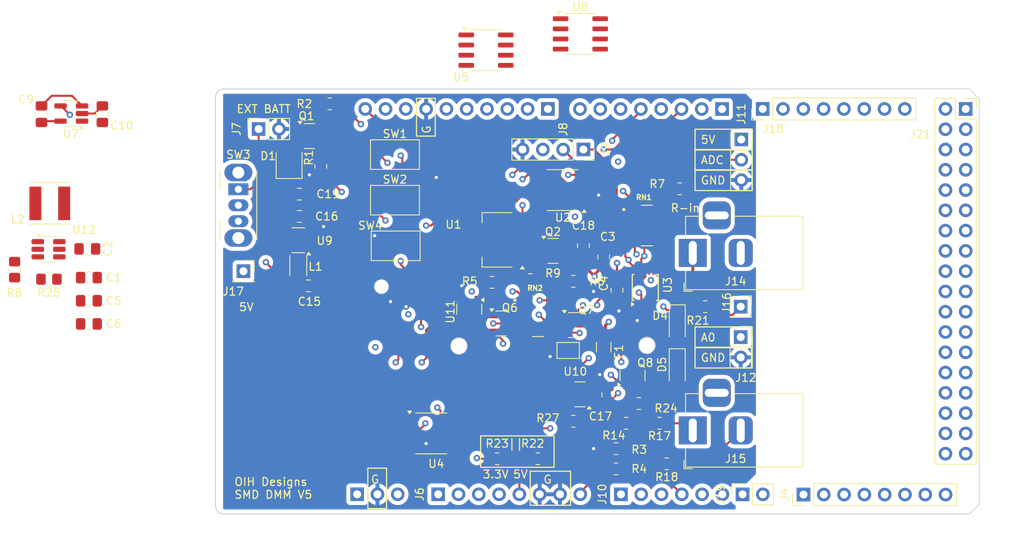
<source format=kicad_pcb>
(kicad_pcb (version 20241229) (generator "pcbnew") (generator_version "9.0")
  (layers (0 "F.Cu" signal) (4 "In1.Cu" signal) (6 "In2.Cu" signal) (2 "B.Cu" signal) (13 "F.Paste" user) (15 "B.Paste" user) (5 "F.SilkS" user "F.Silkscreen") (7 "B.SilkS" user "B.Silkscreen") (1 "F.Mask" user) (3 "B.Mask" user) (25 "Edge.Cuts" user))
  (net 0 "")
  (net 1 "GND")
  (net 2 "Resistor_Input")
  (net 3 "SDA")
  (net 4 "D6~")
  (net 5 "D7")
  (net 6 "+9V")
  (net 7 "SCL")
  (net 8 "V_Input_REF")
  (net 9 "V_Input_Float")
  (net 10 "ADS_ADDR")
  (net 11 "/R Circuit I Output")
  (net 12 "ADS_ALERT")
  (net 13 "A0{slash}D14")
  (net 14 "A2{slash}D16")
  (net 15 "D3~")
  (net 16 "VDD")
  (net 17 "I_Input")
  (net 18 "D10~")
  (net 19 "D9~")
  (net 20 "D5~ (IR)")
  (net 21 "A1{slash}D15")
  (net 32 "Net-(Q2-G)")
  (net 33 "Net-(U1-VO)")
  (net 36 "A3{slash}D17")
  (net 37 "Net-(D1-A)")
  (net 38 "Net-(F1-Pad1)")
  (net 39 "+BATT")
  (net 40 "CS")
  (net 41 "Net-(U7-C1-)")
  (net 42 "Net-(U7-C1+)")
  (net 43 "MISO")
  (net 44 "Net-(U9-SW)")
  (net 45 "XIAO 5V")
  (net 46 "XIAO Batt Pin")
  (net 47 "MOSI")
  (net 48 "CLK")
  (net 49 "SDA-5V")
  (net 50 "SCL-5V")
  (net 51 "/R into ADS")
  (net 52 "+VSW")
  (net 53 "/Uno5vPin")
  (net 54 "/Driver_U2_Out_B")
  (net 57 "/Driver_U4_Out_A")
  (net 58 "/Driver_U4_Out_B")
  (net 63 "+3V3")
  (net 64 "/ADC-1")
  (net 65 "/V Ref to ADS-0")
  (net 74 "/Driver_U4_In_B")
  (net 75 "Net-(Q1-B)")
  (net 76 "Net-(Q1-C)")
  (net 85 "Net-(J11-Pin_2)")
  (net 86 "Net-(U12-EN)")
  (net 87 "Net-(U12-SW)")
  (net 88 "Net-(Q8-D)")
  (net 89 "Net-(U12-FB)")
  (net 90 "A6")
  (net 91 "A7")
  (net 92 "CANRX")
  (net 93 "A10")
  (net 94 "A8")
  (net 95 "DAC0")
  (net 96 "A9")
  (net 97 "CANTX")
  (net 98 "DAC1")
  (net 99 "D14")
  (net 100 "D18")
  (net 101 "D16")
  (net 102 "D15")
  (net 103 "D17")
  (net 104 "SCL0")
  (net 105 "SDA0")
  (net 106 "D19")
  (footprint "Capacitor_SMD:C_0805_2012Metric_Pad1.18x1.45mm_HandSolder" (layer "F.Cu") (at 128.660305 73.49413 90)
    (property "Reference" "C4")
    (property "Value" "0.1uF")
  )
  (footprint "Capacitor_SMD:C_0805_2012Metric_Pad1.18x1.45mm_HandSolder" (layer "F.Cu") (at 62.5785 74.826)
    (property "Reference" "C5")
    (property "Value" "1uF")
  )
  (footprint "Resistor_SMD:R_0805_2012Metric_Pad1.20x1.40mm_HandSolder" (layer "F.Cu") (at 128.54 95.88 180)
    (property "Reference" "R4")
    (property "Value" "100K")
  )
  (footprint "Inductor_SMD:L_Taiyo-Yuden_MD-5050" (layer "F.Cu") (at 57.6785 62.626 180)
    (property "Reference" "L2")
    (property "Value" "22uH")
  )
  (footprint "Connector_PinSocket_2.54mm:PinSocket_1x01_P2.54mm_Vertical" (layer "F.Cu") (at 144.145 75.565)
    (property "Reference" "J16")
    (property "Value" "Conn_01x01_Socket")
  )
  (footprint "Connector_PinSocket_2.54mm:PinSocket_2x18_P2.54mm_Vertical" (layer "F.Cu") (at 172.301577 50.80003)
    (property "Reference" "J21")
    (property "Value" "Conn_02x18_Odd_Even")
  )
  (footprint "Resistor_SMD:R_0805_2012Metric_Pad1.20x1.40mm_HandSolder" (layer "F.Cu") (at 53.2785 70.926 90)
    (property "Reference" "R8")
    (property "Value" "71.5k")
  )
  (footprint "Library:PinHeader_1x10_P2.54mm_Vertical_NoBox" (layer "F.Cu") (at 120.015 50.8 -90)
    (property "Reference" "J8")
    (property "Value" "DIGITAL2")
  )
  (footprint "Resistor_SMD:R_0805_2012Metric_Pad1.20x1.40mm_HandSolder" (layer "F.Cu") (at 123.19 89.916)
    (property "Reference" "R27")
    (property "Value" "4.7K")
  )
  (footprint "Package_TO_SOT_SMD:SOT-223-3_TabPin2" (layer "F.Cu") (at 113.69 67.19875 180)
    (property "Reference" "U1")
    (property "Value" "LM317_TO-220")
  )
  (footprint "Jumper:SolderJumper-2_P1.3mm_Bridged_Pad1.0x1.5mm" (layer "F.Cu") (at 122.55 81.05)
    (property "Reference" "JP6" (hide yes))
    (property "Value" "Jumper_2_Bridged")
  )
  (footprint "Package_SO:SOIC-8_3.9x4.9mm_P1.27mm" (layer "F.Cu") (at 112.268 43.434)
    (property "Reference" "U5")
    (property "Value" "Opamp_Dual")
  )
  (footprint "Capacitor_SMD:C_0805_2012Metric_Pad1.18x1.45mm_HandSolder" (layer "F.Cu") (at 88.9215 61.468)
    (property "Reference" "C19")
    (property "Value" "22uF")
  )
  (footprint "Resistor_SMD:R_0805_2012Metric_Pad1.20x1.40mm_HandSolder" (layer "F.Cu") (at 118.745 94.615 180)
    (property "Reference" "R22")
    (property "Value" "0")
  )
  (footprint "Connector_PinSocket_2.54mm:PinSocket_1x02_P2.54mm_Vertical" (layer "F.Cu") (at 144.377549 99.070425 90)
    (property "Reference" "J19")
    (property "Value" "Conn_01x02_Pin")
  )
  (footprint "Package_SO:TSSOP-10_3x3mm_P0.5mm" (layer "F.Cu") (at 132.200305 73.15913 90)
    (property "Reference" "U3")
    (property "Value" "ADS1115IDGS")
  )
  (footprint "Resistor_SMD:R_0805_2012Metric_Pad1.20x1.40mm_HandSolder" (layer "F.Cu") (at 134.89 95.25 180)
    (property "Reference" "R18")
    (property "Value" "499.0K")
  )
  (footprint "Library:PinHeader_1x06_P2.54mm_Vertical_NoBox" (layer "F.Cu") (at 129.151624 99.067665 90)
    (property "Reference" "J10")
    (property "Value" "ANALOG")
  )
  (footprint "Resistor_SMD:R_0805_2012Metric_Pad1.20x1.40mm_HandSolder" (layer "F.Cu") (at 129.81 90.17)
    (property "Reference" "R14")
    (property "Value" "15.0K")
  )
  (footprint "Package_TO_SOT_SMD:SOT-23" (layer "F.Cu") (at 124.0305 86.548 180)
    (property "Reference" "U10")
    (property "Value" "LM4040DBZ-2.5")
  )
  (footprint "Resistor_SMD:R_0805_2012Metric_Pad1.20x1.40mm_HandSolder" (layer "F.Cu") (at 57.5785 72.126 180)
    (property "Reference" "R25")
    (property "Value" "732k")
  )
  (footprint "Resistor_SMD:R_0805_2012Metric_Pad1.20x1.40mm_HandSolder" (layer "F.Cu") (at 128.54 93.345)
    (property "Reference" "R3")
    (property "Value" "22K")
  )
  (footprint "Connector_PinSocket_2.54mm:PinSocket_1x03_P2.54mm_Vertical" (layer "F.Cu") (at 144.215 54.625)
    (property "Reference" "J11")
    (property "Value" "I_Input")
  )
  (footprint "Resistor_SMD:R_0805_2012Metric_Pad1.20x1.40mm_HandSolder" (layer "F.Cu") (at 113.03 72.51875)
    (property "Reference" "R5")
    (property "Value" "62.0")
  )
  (footprint "Resistor_SMD:R_0805_2012Metric_Pad1.20x1.40mm_HandSolder" (layer "F.Cu") (at 117.795 72.17875)
    (property "Reference" "R9")
    (property "Value" "22.0K")
  )
  (footprint "Button_Switch_SMD:SW_SPST_CK_RS282G05A3" (layer "F.Cu") (at 100.965 67.945 180)
    (property "Reference" "SW4")
    (property "Value" "SW_Push")
  )
  (footprint "Resistor_SMD:R_0805_2012Metric_Pad1.20x1.40mm_HandSolder" (layer "F.Cu") (at 91.6 58 -90)
    (property "Reference" "R1")
    (property "Value" "500")
  )
  (footprint "Library:RESCAXS127P508X320X70-8N" (layer "F.Cu") (at 118.782 76.77)
    (property "Reference" "RN2")
    (property "Value" "10k x4")
  )
  (footprint "Capacitor_SMD:C_0805_2012Metric_Pad1.18x1.45mm_HandSolder" (layer "F.Cu") (at 56.642 51.4565 -90)
    (property "Reference" "C9")
    (property "Value" "4.7uF")
  )
  (footprint "Resistor_SMD:R_0805_2012Metric_Pad1.20x1.40mm_HandSolder" (layer "F.Cu") (at 113.665 94.615 180)
    (property "Reference" "R23")
    (property "Value" "0")
  )
  (footprint "Button_Switch_SMD:SW_SPST_CK_RS282G05A3" (layer "F.Cu") (at 100.875 62.23)
    (property "Reference" "SW2")
    (property "Value" "SW_Push")
  )
  (footprint "Package_TO_SOT_SMD:SOT-23" (layer "F.Cu") (at 110.175 75.88 -90)
    (property "Reference" "U11")
    (property "Value" "LM4040DBZ-5")
  )
  (footprint "Button_Switch_SMD:SW_SPST_CK_RS282G05A3" (layer "F.Cu") (at 100.875 56.515)
    (property "Reference" "SW1")
    (property "Value" "SW_Push")
  )
  (footprint "Connector_PinSocket_2.54mm:PinSocket_1x02_P2.54mm_Vertical" (layer "F.Cu") (at 144.145 79.375)
    (property "Reference" "J12")
    (property "Value" "Conn_01x02_Pin")
  )
  (footprint "Resistor_SMD:R_0805_2012Metric_Pad1.20x1.40mm_HandSolder" (layer "F.Cu") (at 133.985 90.17 180)
    (property "Reference" "R17")
    (property "Value" "499.0K")
  )
  (footprint "Package_TO_SOT_SMD:SOT-23-5" (layer "F.Cu") (at 88.7785 67.244 180)
    (property "Reference" "U9")
    (property "Value" "TPS613222ADBV")
  )
  (footprint "Resistor_SMD:R_0805_2012Metric_Pad1.20x1.40mm_HandSolder" (layer "F.Cu") (at 136.5 60.8)
    (property "Reference" "R7")
    (property "Value" "0")
  )
  (footprint "Package_TO_SOT_SMD:SOT-23-5_HandSoldering" (layer "F.Cu") (at 60.372 51.374 180)
    (property "Reference" "U7")
    (property "Value" "MAX1683")
  )
  (footprint "Connector_PinHeader_2.54mm:PinHeader_1x08_P2.54mm_Vertical" (layer "F.Cu") (at 152 99.1 90)
    (property "Reference" "J4")
    (property "Value" "A_Extended")
  )
  (footprint "Connector_BarrelJack:BarrelJack_Horizontal" (layer "F.Cu") (at 138.145 91.06 180)
    (property "Reference" "J15")
    (property "Value" "Barrel_Jack")
  )
  (footprint "Connector_PinHeader_2.54mm:PinHeader_1x08_P2.54mm_Vertical" (layer "F.Cu") (at 146.9 50.8 90)
    (property "Reference" "J18")
    (property "Value" "DIOs_Extended")
  )
  (footprint "Capacitor_SMD:C_0805_2012Metric_Pad1.18x1.45mm_HandSolder" (layer "F.Cu") (at 62.5785 71.926)
    (property "Reference" "C1")
    (property "Value" "1uF")
  )
  (footprint "Package_SO:SOIC-8_3.9x4.9mm_P1.27mm" (layer "F.Cu") (at 105.41 91.44)
    (property "Reference" "U4")
    (property "Value" "IX4426N")
  )
  (footprint "Connector_PinSocket_2.54mm:PinSocket_1x01_P2.54mm_Vertical" (layer "F.Cu") (at 81.915 71.12)
    (property "Reference" "J17")
    (property "Value" "Conn_01x01_Socket")
  )
  (footprint "Package_TO_SOT_SMD:SOT-23" (layer "F.Cu") (at 120.65 68.58)
    (property "Reference" "Q2")
    (property "Value" "AO3400A MOSFET")
  )
  (footprint "Diode_SMD:D_SOD-123" (layer "F.Cu") (at 136.2 77.7 -90)
    (property "Reference" "D4")
    (property "Value" "D_Schottky")
  )
  (footprint "Resistor_SMD:R_0805_2012Metric_Pad1.20x1.40mm_HandSolder" (layer "F.Cu") (at 123.19 72.39 180)
    (property "Reference" "R6")
    (property "Value" "330.0")
  )
  (footprint "Resistor_SMD:R_0805_2012Metric_Pad1.20x1.40mm_HandSolder" (layer "F.Cu") (at 131.4 87.7 180)
    (property "Reference" "R24")
    (property "Value" "1.0M")
  )
  (footprint "Capacitor_SMD:C_0805_2012Metric_Pad1.18x1.45mm_HandSolder" (layer "F.Cu") (at 64.262 51.4565 90)
    (property "Reference" "C10")
    (property "Value" "4.7uF")
  )
  (footprint "Package_TO_SOT_SMD:SOT-23" (layer "F.Cu") (at 114.1445 77.67)
    (property "Reference" "Q6")
    (property "Value" "BSS138")
  )
  (footprint "Resistor_SMD:R_0805_2012Metric_Pad1.20x1.40mm_HandSolder" (layer "F.Cu") (at 139.7 75.565)
    (property "Reference" "R21")
    (property "Value" "0")
  )
  (footprint "Package_TO_SOT_SMD:SOT-23" (layer "F.Cu") (at 90.1625 54.2)
    (property "Reference" "Q1")
    (property "Value" "MMBT3904" (hide yes))
  )
  (footprint "Library:PinHeader_1x08_P2.54mm_Vertical_NoBox" (layer "F.Cu") (at 106.287792 99.06511 90)
    (property "Reference" "J6")
    (property "Value" "POWER1")
  )
  (footprint "Fuse:Fuse_1206_3216Metric_Pad1.42x1.75mm_HandSolder" (layer "F.Cu") (at 127 80.645 -90)
    (property "Reference" "F1")
    (property "Value" "Fuse")
  )
  (footprint "Diode_SMD:D_SOD-123" (layer "F.Cu") (at 136.2 83.2 -90)
    (property "Reference" "D5")
    (property "Value" "D_Schottky")
  )
  (footprint "Capacitor_SMD:C_0805_2012Metric_Pad1.18x1.45mm_HandSolder" (layer "F.Cu") (at 62.5785 77.726)
    (property "Reference" "C6")
    (property "Value" "1uF")
  )
  (footprint "Package_TO_SOT_SMD:SOT-23" (layer "F.Cu") (at 130.6 84.2 90)
    (property "Reference" "Q8")
    (property "Value" "AO3400A MOSFET")
  )
  (footprint "Capacitor_SMD:C_0805_2012Metric_Pad1.18x1.45mm_HandSolder" (layer "F.Cu") (at 124.46 67.945 90)
    (property "Reference" "C18")
    (property "Value" "1uF")
  )
  (footprint "Package_TO_SOT_SMD:SOT-23-6_Handsoldering" (layer "F.Cu") (at 57.5285 68.376)
    (property "Reference" "U12")
    (property "Value" "TLV61046ADBVR")
  )
  (footprint "Library:PinHeader_1x08_P2.54mm_Vertical_NoBox" (layer "F.Cu") (at 141.809463 50.808987 -90)
    (property "Reference" "J13" (hide yes))
    (property "Value" "DIGITAL1")
  )
  (footprint "Connector_BarrelJack:BarrelJack_Horizontal" (layer "F.Cu") (at 138.145 68.835 180)
    (property "Reference" "J14")
    (property "Value" "Barrel_Jack")
  )
  (footprint "Capacitor_SMD:C_0805_2012Metric_Pad1.18x1.45mm_HandSolder" (layer "F.Cu") (at 127 69.342 90)
    (property "Reference" "C3")
    (property "Value" "2.2uF")
  )
  (footprint "Connector_PinSocket_2.54mm:PinSocket_1x02_P2.54mm_Vertical" (layer "F.Cu") (at 83.82 53.315 90)
    (property "Reference" "J7")
    (property "Value" "Conn_01x02_Pin")
  )
  (footprint "Resistor_SMD:R_0805_2012Metric_Pad1.20x1.40mm_HandSolder" (layer "F.Cu") (at 92.71 50.165 180)
    (property "Reference" "R2")
    (property "Value" "1K")
  )
  (footprint "Capacitor_SMD:C_0805_2012Metric_Pad1.18x1.45mm_HandSolder" (layer "F.Cu") (at 127.508 86.614 -90)
    (property "Reference" "C17")
    (property "Value" "0.1uF")
  )
  (footprint "Inductor_SMD:L_Murata_DFE201610P" (layer "F.Cu") (at 88.7785 70.419 90)
    (property "Reference" "L1")
    (property "Value" "2.2uH")
  )
  (footprint "Package_SO:SOIC-8_3.9x4.9mm_P1.27mm" (layer "F.Cu") (at 124.079 41.402)
    (property "Reference" "U8")
    (property "Value" "Opamp_Dual")
  )
  (footprint "Connector_PinSocket_2.54mm:PinSocket_1x04_P2.54mm_Vertical" (layer "F.Cu") (at 124.46 55.88 -90)
    (property "Reference" "J9")
    (property "Value" "Out to Screen")
  )
  (footprint "LED_SMD:LED_Luminus_MP-3030-1100_3.0x3.0mm" (layer "F.Cu") (at 87.63 57.89 90)
    (property "Reference" "D1")
    (property "Value" "LED")
  )
  (footprint "Package_TO_SOT_SMD:SOT-23" (layer "F.Cu") (at 123.2445 77.87)
    (property "Reference" "Q7")
    (property "Value" "BSS138")
  )
  (footprint "Capacitor_SMD:C_0805_2012Metric_Pad1.18x1.45mm_HandSolder" (layer "F.Cu") (at 90.0485 72.959)
    (property "Reference" "C15")
    (property "Value" "4.7uF")
  )
  (footprint "Button_Switch_THT:SW_Slide_SPDT_Angled_CK_OS102011MA1Q" (layer "F.Cu") (at 81.28 60.865 -90)
    (property "Reference" "SW3")
    (property "Value" "SW_SPDT")
  )
  (footprint "Capacitor_SMD:C_0805_2012Metric_Pad1.18x1.45mm_HandSolder" (layer "F.Cu") (at 62.3785 68.326)
    (property "Reference" "C2")
    (property "Value" "4.7uF")
  )
  (footprint "Library:RESCAXS127P508X320X70-8N" (layer "F.Cu") (at 132.4 65.4)
    (property "Reference" "RN1")
    (property "Value" "1K x4")
  )
  (footprint "Library:PinHeader_1x03_P2.54mm_Vertical_NoBox" (layer "F.Cu") (at 96.143981 99.063151 90)
    (property "Reference" "J5" (hide yes))
    (property "Value" "POWER2")
  )
  (footprint "Package_SO:SOIC-8_3.9x4.9mm_P1.27mm" (layer "F.Cu") (at 121.855 60.96 180)
    (property "Reference" "U2")
    (property "Value" "IX4426N")
  )
  (footprint "Capacitor_SMD:C_0805_2012Metric_Pad1.18x1.45mm_HandSolder" (layer "F.Cu") (at 88.9215 64.262)
    (property "Reference" "C16")
    (property "Value" "22uF")
  )
  (gr_rect (start 138.43 78.105) (end 145.585 80.705) (stroke (width 0.15)) (fill no) (layer "F.SilkS"))
  (gr_rect (start 111.597402 91.752692) (end 120.786111 95.683458) (stroke (width 0.15)) (fill no) (layer "F.SilkS"))
  (gr_rect (start 103.567758 49.467044) (end 105.91855 54.201136) (stroke (width 0.15)) (fill no) (layer "F.SilkS"))
  (gr_rect (start 138.43 80.645) (end 145.585 83.245) (stroke (width 0.15)) (fill no) (layer "F.SilkS"))
  (gr_rect (start 117.800432 96.176612) (end 122.849754 100.44112) (stroke (width 0.15)) (fill no) (layer "F.SilkS"))
  (gr_rect (start 97.477467 95.788603) (end 99.825034 100.86181) (stroke (width 0.15)) (fill no) (layer "F.SilkS"))
  (gr_rect (start 138.43 53.34) (end 145.585 55.94) (stroke (width 0.15)) (fill no) (layer "F.SilkS"))
  (gr_rect (start 138.43 55.88) (end 145.585 58.48) (stroke (width 0.15)) (fill no) (layer "F.SilkS"))
  (gr_rect (start 138.43 58.42) (end 145.585 61.02) (stroke (width 0.15)) (fill no) (layer "F.SilkS"))
  (gr_line (start 172.72 48.26) (end 173.99 49.53) (stroke (width 0.1)) (layer "Edge.Cuts"))
  (gr_line (start 79.155572 48.342318) (end 79.409482 48.3) (stroke (width 0.12)) (layer "Edge.Cuts"))
  (gr_line (start 78.711229 48.596228) (end 78.922821 48.448114) (stroke (width 0.12)) (layer "Edge.Cuts"))
  (gr_line (start 78.922821 101.423045) (end 78.711229 101.253771) (stroke (width 0.12)) (layer "Edge.Cuts"))
  (gr_line (start 172.72 101.55) (end 173.99 100.33) (stroke (width 0.1)) (layer "Edge.Cuts"))
  (gr_line (start 79.409482 48.3) (end 142.24 48.3) (stroke (width 0.12)) (layer "Edge.Cuts"))
  (gr_line (start 79.155572 101.507681) (end 78.922821 101.423045) (stroke (width 0.12)) (layer "Edge.Cuts"))
  (gr_line (start 78.415 49.315641) (end 78.457318 49.040571) (stroke (width 0.12)) (layer "Edge.Cuts"))
  (gr_line (start 173.99 49.53) (end 173.99 100.33) (stroke (width 0.1)) (layer "Edge.Cuts"))
  (gr_line (start 78.457318 100.809428) (end 78.415 100.555518) (stroke (width 0.12)) (layer "Edge.Cuts"))
  (gr_line (start 78.711229 101.253771) (end 78.541955 101.042179) (stroke (width 0.12)) (layer "Edge.Cuts"))
  (gr_line (start 79.409482 101.55) (end 79.155572 101.507681) (stroke (width 0.12)) (layer "Edge.Cuts"))
  (gr_circle (center 108.880463 80.491437) (end 109.866264 80.21633) (stroke (width 0.1)) (fill no) (layer "Edge.Cuts"))
  (gr_line (start 78.415 100.555518) (end 78.415 49.315641) (stroke (width 0.12)) (layer "Edge.Cuts"))
  (gr_circle (center 132.410332 80.422661) (end 133.396133 80.147554) (stroke (width 0.1)) (fill no) (layer "Edge.Cuts"))
  (gr_line (start 172.72 101.55) (end 79.409482 101.55) (stroke (width 0.12)) (layer "Edge.Cuts"))
  (gr_line (start 78.541955 48.80782) (end 78.711229 48.596228) (stroke (width 0.12)) (layer "Edge.Cuts"))
  (gr_line (start 78.541955 101.042179) (end 78.457318 100.809428) (stroke (width 0.12)) (layer "Edge.Cuts"))
  (gr_line (start 78.922821 48.448114) (end 79.155572 48.342318) (stroke (width 0.12)) (layer "Edge.Cuts"))
  (gr_line (start 78.457318 49.040571) (end 78.541955 48.80782) (stroke (width 0.12)) (layer "Edge.Cuts"))
  (gr_line (start 142.24 48.3) (end 172.72 48.26) (stroke (width 0.1)) (layer "Edge.Cuts"))
  (gr_text "ADC" (at 139.065 57.785 0) (layer "F.SilkS") (effects (font (size 1 1)) (justify left bottom)))
  (gr_text "G" (at 97.79 97.79 0) (layer "F.SilkS") (effects (font (size 1 1)) (justify left bottom)))
  (gr_text "5V" (at 81.28 76.2 0) (layer "F.SilkS") (effects (font (size 1 1)) (justify left bottom)))
  (gr_text "||" (at 114.935 93.345 0) (layer "F.SilkS") (effects (font (size 1 1)) (justify left bottom)))
  (gr_text "G" (at 105.41 53.975 90) (layer "F.SilkS") (effects (font (size 1 1)) (justify left bottom)))
  (gr_text "R-in" (at 135.3 63.8 0) (layer "F.SilkS") (effects (font (size 1 1)) (justify left bottom)))
  (gr_text "5V" (at 139.065 55.245 0) (layer "F.SilkS") (effects (font (size 1 1)) (justify left bottom)))
  (gr_text "GND" (at 139.065 82.55 0) (layer "F.SilkS") (effects (font (size 1 1)) (justify left bottom)))
  (gr_text "G" (at 119.38 97.79 0) (layer "F.SilkS") (effects (font (size 1 1)) (justify left bottom)))
  (gr_text "A0" (at 139.065 80.01 0) (layer "F.SilkS") (effects (font (size 1 1)) (justify left bottom)))
  (gr_text "3.3V" (at 111.76 97.155 0) (layer "F.SilkS") (effects (font (size 1 1)) (justify left bottom)))
  (gr_text "EXT BATT" (at 84.455 50.8 0) (layer "F.SilkS") (effects (font (size 1 1))))
  (gr_text "GND" (at 139.065 60.325 0) (layer "F.SilkS") (effects (font (size 1 1)) (justify left bottom)))
  (gr_text "5V" (at 115.57 97.155 0) (layer "F.SilkS") (effects (font (size 1 1)) (justify left bottom)))
  (gr_text "OIH Designs\nSMD DMM V5" (at 80.7 99.7 0) (layer "F.SilkS") (effects (font (size 1 1)) (justify left bottom)))
  (segment (start 104.775 58.36) (end 105.785 59.37) (width 0.25) (layer "F.Cu") (net 1))
  (segment (start 87.63 58.465) (end 89.58 58.465) (width 0.25) (layer "F.Cu") (net 1))
  (segment (start 128.542434 75.742434) (end 128.542434 74.649501) (width 0.25) (layer "F.Cu") (net 1))
  (segment (start 100.711 74.549) (end 100.33 74.93) (width 0.25) (layer "F.Cu") (net 1))
  (segment (start 102.260346 75.561126) (end 102.339 75.482472) (width 0.25) (layer "F.Cu") (net 1))
  (segment (start 125.73 73.66) (end 125.46 73.66) (width 0.25) (layer "F.Cu") (net 1))
  (segment (start 127.508 85.09) (end 126.492 84.074) (width 0.25) (layer "F.Cu") (net 1))
  (segment (start 102.339 74.93) (end 103.251 74.018) (width 0.25) (layer "F.Cu") (net 1))
  (segment (start 125.46 73.66) (end 124.19 72.39) (width 0.25) (layer "F.Cu") (net 1))
  (segment (start 124.018 86.548) (end 124.968 85.598) (width 0.25) (layer "F.Cu") (net 1))
  (segment (start 89.58 58.465) (end 90.17 59.055) (width 0.25) (layer "F.Cu") (net 1))
  (segment (start 132.200305 76.299695) (end 131.2 77.3) (width 0.25) (layer "F.Cu") (net 1))
  (segment (start 102.339 75.482472) (end 102.339 74.93) (width 0.25) (layer "F.Cu") (net 1))
  (segment (start 104.14 92.075) (end 102.935 92.075) (width 0.25) (layer "F.Cu") (net 1))
  (segment (start 104.775 92.71) (end 104.14 92.075) (width 0.25) (layer "F.Cu") (net 1))
  (segment (start 123.093 86.548) (end 124.018 86.548) (width 0.25) (layer "F.Cu") (net 1))
  (segment (start 126.365 61.385001) (end 126.365 61.595) (width 0.25) (layer "F.Cu") (net 1))
  (segment (start 109.225 73.02) (end 109.225 72.935) (width 0.25) (layer "F.Cu") (net 1))
  (segment (start 106.045 60.96) (end 106.045 59.37) (width 0.25) (layer "F.Cu") (net 1))
  (segment (start 109.225 73.03) (end 109.22 73.025) (width 0.25) (layer "F.Cu") (net 1))
  (segment (start 127 68.3045) (end 125.857 68.3045) (width 0.25) (layer "F.Cu") (net 1))
  (segment (start 109.225 74.9425) (end 109.225 73.03) (width 0.25) (layer "F.Cu") (net 1))
  (segment (start 127.508 85.5765) (end 127.508 85.09) (width 0.25) (layer "F.Cu") (net 1))
  (segment (start 110.175 76.8175) (end 110.175 75.8925) (width 0.25) (layer "F.Cu") (net 1))
  (segment (start 126.365 65.0025) (end 124.46 66.9075) (width 0.25) (layer "F.Cu") (net 1))
  (segment (start 104.775 62.23) (end 106.045 60.96) (width 0.25) (layer "F.Cu") (net 1))
  (segment (start 104.775 57.15) (end 104.775 58.36) (width 0.25) (layer "F.Cu") (net 1))
  (segment (start 132.200305 75.30913) (end 132.200305 76.299695) (width 0.25) (layer "F.Cu") (net 1))
  (segment (start 106.045 59.37) (end 105.785 59.37) (width 0.25) (layer "F.Cu") (net 1))
  (segment (start 127 83.566) (end 127 82.1325) (width 0.25) (layer "F.Cu") (net 1))
  (segment (start 100.711 73.848) (end 100.711 74.549) (width 0.25) (layer "F.Cu") (net 1))
  (segment (start 121.05 81.05) (end 120.2905 81.8095) (width 0.25) (layer "F.Cu") (net 1))
  (segment (start 124.33 60.325) (end 125.304999 60.325) (width 0.25) (layer "F.Cu") (net 1))
  (segment (start 110.175 75.8925) (end 109.225 74.9425) (width 0.25) (layer "F.Cu") (net 1))
  (segment (start 125.857 68.3045) (end 124.46 66.9075) (width 0.25) (layer "F.Cu") (net 1))
  (segment (start 109.22 73.025) (end 109.225 73.02) (width 0.25) (layer "F.Cu") (net 1))
  (segment (start 126.492 84.074) (end 124.968 85.598) (width 0.25) (layer "F.Cu") (net 1))
  (segment (start 126.365 61.595) (end 126.365 65.0025) (width 0.25) (layer "F.Cu") (net 1))
  (segment (start 121.9 81.05) (end 121.05 81.05) (width 0.25) (layer "F.Cu") (net 1))
  (segment (start 125.73 93.345) (end 127.54 93.345) (width 0.25) (layer "F.Cu") (net 1))
  (segment (start 136.2 84.85) (end 139.135 81.915) (width 0.25) (layer "F.Cu") (net 1))
  (segment (start 98.335 66.675) (end 97.065 67.945) (width 0.25) (layer "F.Cu") (net 1))
  (segment (start 128.9 76.1) (end 128.542434 75.742434) (width 0.25) (layer "F.Cu") (net 1))
  (segment (start 126.492 84.074) (end 127 83.566) (width 0.25) (layer "F.Cu") (net 1))
  (segment (start 125.304999 60.325) (end 126.365 61.385001) (width 0.25) (layer "F.Cu") (net 1))
  (segment (start 139.135 81.915) (end 144.145 81.915) (width 0.25) (layer "F.Cu") (net 1))
  (via (at 106.045 59.37) (size 0.8) (drill 0.4) (layers "F.Cu" "B.Cu") (net 1))
  (via (at 126.365 61.595) (size 0.8) (drill 0.4) (layers "F.Cu" "B.Cu") (net 1))
  (via (at 125.73 93.345) (size 0.8) (drill 0.4) (layers "F.Cu" "B.Cu") (net 1))
  (via (at 91.948 65.532) (size 0.8) (drill 0.4) (layers "F.Cu" "B.Cu") (net 1))
  (via (at 100.33 74.93) (size 0.8) (drill 0.4) (layers "F.Cu" "B.Cu") (net 1))
  (via (at 90.17 59.055) (size 0.8) (drill 0.4) (layers "F.Cu" "B.Cu") (net 1))
  (via (at 102.260346 75.561126) (size 0.8) (drill 0.4) (layers "F.Cu" "B.Cu") (net 1))
  (via (at 120.2905 81.8095) (size 0.8) (drill 0.4) (layers "F.Cu" "B.Cu") (net 1))
  (via (at 125.73 73.66) (size 0.8) (drill 0.4) (layers "F.Cu" "B.Cu") (net 1))
  (via (at 126.492 84.074) (size 0.8) (drill 0.4) (layers "F.Cu" "B.Cu") (net 1))
  (via (at 98.335 66.675) (size 0.8) (drill 0.4) (layers "F.Cu" "B.Cu") (net 1))
  (via (at 131.2 77.3) (size 0.8) (drill 0.4) (layers "F.Cu" "B.Cu") (net 1))
  (via (at 104.775 92.71) (size 0.8) (drill 0.4) (layers "F.Cu" "B.Cu") (net 1))
  (via (at 109.225 72.935) (size 0.8) (drill 0.4) (layers "F.Cu" "B.Cu") (net 1))
  (via (at 128.9 76.1) (size 0.8) (drill 0.4) (layers "F.Cu" "B.Cu") (net 1))
  (segment (start 118.795 70.4475) (end 118.795 72.17875) (width 0.35) (layer "F.Cu") (net 2))
  (segment (start 124.594875 70.492875) (end 120.675375 70.492875) (width 0.35) (layer "F.Cu") (net 2))
  (segment (start 138.145 73.01) (end 138.145 68.835) (width 0.35) (layer "F.Cu") (net 2))
  (segment (start 125.857 71.755) (end 124.594875 70.492875) (width 0.35) (layer "F.Cu") (net 2))
  (segment (start 125.857 71.5225) (end 127 70.3795) (width 0.35) (layer "F.Cu") (net 2))
  (segment (start 140.7 75.565) (end 138.145 73.01) (width 0.35) (layer "F.Cu") (net 2))
  (segment (start 120.675375 70.492875) (end 119.7125 69.53) (width 0.35) (layer "F.Cu") (net 2))
  (segment (start 119.7125 69.53) (end 118.795 70.4475) (width 0.35) (layer "F.Cu") (net 2))
  (segment (start 125.857 71.755) (end 125.857 71.5225) (width 0.35) (layer "F.Cu") (net 2))
  (via (at 125.857 71.755) (size 0.8) (drill 0.4) (layers "F.Cu" "B.Cu") (net 2))
  (segment (start 101.8 68.170229) (end 101.8 56.842) (width 0.25) (layer "F.Cu") (net 3))
  (segment (start 120.282 77.43) (end 119.742 77.43) (width 0.25) (layer "F.Cu") (net 3))
  (segment (start 104.14 75.397996) (end 104.751 74.786996) (width 0.25) (layer "F.Cu") (net 3))
  (segment (start 104.751 71.121229) (end 101.8 68.170229) (width 0.25) (layer "F.Cu") (net 3))
  (segment (start 122.307 78.82) (end 123.932 78.82) (width 0.25) (layer "F.Cu") (net 3))
  (segment (start 104.14 78.105) (end 104.14 75.397996) (width 0.25) (layer "F.Cu") (net 3))
  (segment (start 104.751 74.786996) (end 104.751 71.121229) (width 0.25) (layer "F.Cu") (net 3))
  (segment (start 119.742 77.43) (end 118.882 76.57) (width 0.25) (layer "F.Cu") (net 3))
  (segment (start 101.8 56.842) (end 101.6 56.642) (width 0.25) (layer "F.Cu") (net 3))
  (via (at 104.14 78.105) (size 0.8) (drill 0.4) (layers "F.Cu" "B.Cu") (net 3))
  (via (at 101.6 56.642) (size 0.8) (drill 0.4) (layers "F.Cu" "B.Cu") (net 3))
  (via (at 118.882 76.57) (size 0.8) (drill 0.4) (layers "F.Cu" "B.Cu") (net 3))
  (via (at 123.982 78.87) (size 0.8) (drill 0.4) (layers "F.Cu" "B.Cu") (net 3))
  (segment (start 94.07 50.165) (end 96.61 52.705) (width 0.25) (layer "F.Cu") (net 4))
  (via (at 96.61 52.705) (size 0.8) (drill 0.4) (layers "F.Cu" "B.Cu") (net 4))
  (segment (start 115.57 59.055) (end 116.525 58.1) (width 0.25) (layer "F.Cu") (net 5))
  (segment (start 116.525 58.1) (end 120.33 58.1) (width 0.25) (layer "F.Cu") (net 5))
  (segment (start 120.33 58.1) (end 123.825 61.595) (width 0.25) (layer "F.Cu") (net 5))
  (via (at 115.57 59.055) (size 0.8) (drill 0.4) (layers "F.Cu" "B.Cu") (net 5))
  (segment (start 100.965 82.55) (end 101.3 82.215) (width 0.25) (layer "F.Cu") (net 6))
  (segment (start 102.296 72.904) (end 102 73.2) (width 0.25) (layer "F.Cu") (net 6))
  (segment (start 107.95 62.865) (end 105.41 65.405) (width 0.25) (layer "F.Cu") (net 6))
  (segment (start 102 74.034346) (end 102 73.2) (width 0.25) (layer "F.Cu") (net 6))
  (segment (start 118.11 60.325) (end 115.57 62.865) (width 0.25) (layer "F.Cu") (net 6))
  (segment (start 106.178914 88.2) (end 106.584 88.605086) (width 0.25) (layer "F.Cu") (net 6))
  (segment (start 119.38 60.325) (end 118.11 60.325) (width 0.25) (layer "F.Cu") (net 6))
  (segment (start 106.910001 92.075) (end 107.885 92.075) (width 0.25) (layer "F.Cu") (net 6))
  (segment (start 61.722 51.374) (end 63.307 51.374) (width 0.25) (layer "F.Cu") (net 6))
  (segment (start 103.251 71.943) (end 101.6 70.292) (width 0.25) (layer "F.Cu") (net 6))
  (segment (start 105.41 65.405) (end 104.775 65.405) (width 0.25) (layer "F.Cu") (net 6))
  (segment (start 63.307 51.374) (end 64.262 50.419) (width 0.25) (layer "F.Cu") (net 6))
  (segment (start 101.3 82.215) (end 101.3 74.734346) (width 0.25) (layer "F.Cu") (net 6))
  (segment (start 106.584 88.605086) (end 106.584 91.748999) (width 0.25) (layer "F.Cu") (net 6))
  (segment (start 106.584 91.748999) (end 106.910001 92.075) (width 0.25) (layer "F.Cu") (net 6))
  (segment (start 101.6 70.292) (end 101.6 69.85) (width 0.25) (layer "F.Cu") (net 6))
  (segment (start 101.3 74.734346) (end 102 74.034346) (width 0.25) (layer "F.Cu") (net 6))
  (segment (start 102.296 72.898) (end 102.296 72.904) (width 0.25) (layer "F.Cu") (net 6))
  (segment (start 115.57 62.865) (end 107.95 62.865) (width 0.25) (layer "F.Cu") (net 6))
  (via (at 101.6 69.85) (size 0.8) (drill 0.4) (layers "F.Cu" "B.Cu") (net 6))
  (via (at 106.178914 88.2) (size 0.8) (drill 0.4) (layers "F.Cu" "B.Cu") (net 6))
  (via (at 104.775 65.405) (size 0.8) (drill 0.4) (layers "F.Cu" "B.Cu") (net 6))
  (via (at 100.965 82.55) (size 0.8) (drill 0.4) (layers "F.Cu" "B.Cu") (net 6))
  (segment (start 113.207 78.62) (end 117.132 78.62) (width 0.25) (layer "F.Cu") (net 7))
  (segment (start 105.201 78.069305) (end 105.201 70.934833) (width 0.25) (layer "F.Cu") (net 7))
  (segment (start 104.23 82.55) (end 104.775 82.005) (width 0.25) (layer "F.Cu") (net 7))
  (segment (start 104.775 82.005) (end 104.775 78.495305) (width 0.25) (layer "F.Cu") (net 7))
  (segment (start 102.6 68.333833) (end 102.6 56.245) (width 0.25) (layer "F.Cu") (net 7))
  (segment (start 114.4 79.813) (end 113.207 78.62) (width 0.25) (layer "F.Cu") (net 7))
  (segment (start 104.775 78.495305) (end 105.201 78.069305) (width 0.25) (layer "F.Cu") (net 7))
  (segment (start 105.201 70.934833) (end 102.6 68.333833) (width 0.25) (layer "F.Cu") (net 7))
  (segment (start 114.4 80.2) (end 114.4 79.813) (width 0.25) (layer "F.Cu") (net 7))
  (segment (start 102.6 56.245) (end 97.155 50.8) (width 0.25) (layer "F.Cu") (net 7))
  (via (at 104.23 82.55) (size 0.8) (drill 0.4) (layers "F.Cu" "B.Cu") (net 7))
  (via (at 114.4 80.2) (size 0.8) (drill 0.4) (layers "F.Cu" "B.Cu") (net 7))
  (segment (start 139.955 95.25) (end 144.145 91.06) (width 0.25) (layer "F.Cu") (net 8))
  (segment (start 135.89 95.25) (end 139.955 95.25) (width 0.25) (layer "F.Cu") (net 8))
  (segment (start 134.985 90.17) (end 137.255 90.17) (width 0.25) (layer "F.Cu") (net 9))
  (segment (start 131.200305 75.30913) (end 129.54 76.969435) (width 0.25) (layer "F.Cu") (net 10))
  (segment (start 129.54 76.969435) (end 129.54 78.76) (width 0.25) (layer "F.Cu") (net 10))
  (segment (start 129.54 78.76) (end 127.6 80.7) (width 0.25) (layer "F.Cu") (net 10))
  (segment (start 127.6 80.7) (end 123.55 80.7) (width 0.25) (layer "F.Cu") (net 10))
  (segment (start 111.60625 74.9425) (end 111.125 74.9425) (width 0.35) (layer "F.Cu") (net 11))
  (segment (start 117.87 73.25375) (end 116.795 72.17875) (width 0.35) (layer "F.Cu") (net 11))
  (segment (start 121.5875 68.58) (end 124.0575 68.58) (width 0.25) (layer "F.Cu") (net 11))
  (segment (start 121.32625 73.25375) (end 117.87 73.25375) (width 0.35) (layer "F.Cu") (net 11))
  (segment (start 116.795 72.17875) (end 116.795 69.54375) (width 0.35) (layer "F.Cu") (net 11))
  (segment (start 121.5875 68.58) (end 117.75875 68.58) (width 0.25) (layer "F.Cu") (net 11))
  (segment (start 122.19 72.39) (end 121.32625 73.25375) (width 0.35) (layer "F.Cu") (net 11))
  (segment (start 117.75875 68.58) (end 116.84 69.49875) (width 0.25) (layer "F.Cu") (net 11))
  (segment (start 116.795 72.17875) (end 114.37 72.17875) (width 0.35) (layer "F.Cu") (net 11))
  (segment (start 114.03 72.51875) (end 111.60625 74.9425) (width 0.35) (layer "F.Cu") (net 11))
  (segment (start 131.700305 74.100305) (end 131.700305 75.30913) (width 0.25) (layer "F.Cu") (net 12))
  (segment (start 130.9 68.8) (end 130.9 67.4) (width 0.25) (layer "F.Cu") (net 12))
  (segment (start 131.4 73.8) (end 131.700305 74.100305) (width 0.25) (layer "F.Cu") (net 12))
  (segment (start 131.1 69) (end 130.9 68.8) (width 0.25) (layer "F.Cu") (net 12))
  (via (at 132.9 72.25) (size 0.8) (drill 0.4) (layers "F.Cu" "B.Cu") (net 12))
  (via (at 131.1 69) (size 0.8) (drill 0.4) (layers "F.Cu" "B.Cu") (net 12))
  (via (at 131.4 73.8) (size 0.8) (drill 0.4) (layers "F.Cu" "B.Cu") (net 12))
  (segment (start 98.91 56.515) (end 99.9375 57.5425) (width 0.25) (layer "F.Cu") (net 15))
  (segment (start 96.975 56.515) (end 98.91 56.515) (width 0.25) (layer "F.Cu") (net 15))
  (via (at 99.9375 57.5425) (size 0.8) (drill 0.4) (layers "F.Cu" "B.Cu") (net 15))
  (segment (start 121.92 92.218) (end 121.92 85.217) (width 0.25) (layer "F.Cu") (net 16))
  (segment (start 130.6 62.25) (end 129.425 61.075) (width 0.25) (layer "F.Cu") (net 16))
  (segment (start 119.745 94.393) (end 121.92 92.218) (width 0.25) (layer "F.Cu") (net 16))
  (segment (start 133.9 66.06) (end 133.9 64.8) (width 0.25) (layer "F.Cu") (net 16))
  (segment (start 128.660305 72.45663) (end 131.577805 72.45663) (width 0.25) (layer "F.Cu") (net 16))
  (segment (start 133.9 64.8) (end 131.35 62.25) (width 0.25) (layer "F.Cu") (net 16))
  (segment (start 60.194097 51.532313) (end 59.085784 50.424) (width 0.25) (layer "F.Cu") (net 16))
  (segment (start 121.92 85.217) (end 125.1185 82.0185) (width 0.25) (layer "F.Cu") (net 16))
  (segment (start 128.660305 71.96724) (end 128.905 72.211935) (width 0.25) (layer "F.Cu") (net 16))
  (segment (start 126.1745 75.3745) (end 126.1745 74.942435) (width 0.25) (layer "F.Cu") (net 16))
  (segment (start 134.916481 76) (end 134.463749 75.547268) (width 0.25) (layer "F.Cu") (net 16))
  (segment (start 94.21 61.19) (end 92.02 59) (width 0.25) (layer "F.Cu") (net 16))
  (segment (start 126.1745 74.942435) (end 128.660305 72.45663) (width 0.25) (layer "F.Cu") (net 16))
  (segment (start 136 76) (end 134.916481 76) (width 0.25) (layer "F.Cu") (net 16))
  (segment (start 131.35 62.25) (end 130.6 62.25) (width 0.25) (layer "F.Cu") (net 16))
  (segment (start 88.646 59.944) (end 87.741 60.849) (width 0.25) (layer "F.Cu") (net 16))
  (segment (start 90.656 59.944) (end 91.6 59) (width 0.25) (layer "F.Cu") (net 16))
  (segment (start 116.172 73.66) (end 117.282 74.77) (width 0.25) (layer "F.Cu") (net 16))
  (segment (start 133.9 66.06) (end 133.9 67.4) (width 0.25) (layer "F.Cu") (net 16))
  (segment (start 132.200305 71.83413) (end 131.577805 72.45663) (width 0.25) (layer "F.Cu") (net 16))
  (segment (start 117.282 74.77) (end 117.282 76.11) (width 0.25) (layer "F.Cu") (net 16))
  (segment (start 128.660305 70.1) (end 128.660305 71.96724) (width 0.25) (layer "F.Cu") (net 16))
  (segment (start 90.656 59.944) (end 88.646 59.944) (width 0.25) (layer "F.Cu") (net 16))
  (segment (start 115.6 73.66) (end 116.172 73.66) (width 0.25) (layer "F.Cu") (net 16))
  (segment (start 87.741 60.849) (end 87.741 64.069) (width 0.25) (layer "F.Cu") (net 16))
  (segment (start 132.200305 71.00913) (end 132.200305 71.83413) (width 0.25) (layer "F.Cu") (net 16))
  (via (at 125.1185 82.0185) (size 0.8) (drill 0.4) (layers "F.Cu" "B.Cu") (net 16))
  (via (at 134.463749 75.547268) (size 0.8) (drill 0.4) (layers "F.Cu" "B.Cu") (net 16))
  (via (at 115.6 73.66) (size 0.8) (drill 0.4) (layers "F.Cu" "B.Cu") (net 16))
  (via (at 128.660305 70.1) (size 0.8) (drill 0.4) (layers "F.Cu" "B.Cu") (net 16))
  (via (at 126.1745 75.3745) (size 0.8) (drill 0.4) (layers "F.Cu" "B.Cu") (net 16))
  (via (at 94.21 61.19) (size 0.8) (drill 0.4) (layers "F.Cu" "B.Cu") (net 16))
  (via (at 129.425 61.075) (size 0.8) (drill 0.4) (layers "F.Cu" "B.Cu") (net 16))
  (via (at 110.49 73.66) (size 0.8) (drill 0.4) (layers "F.Cu" "B.Cu") (net 16))
  (via (at 60.194097 51.532313) (size 0.8) (drill 0.4) (layers "F.Cu" "B.Cu") (net 16))
  (segment (start 135.5 67.384434) (end 135.5 60.8) (width 0.25) (layer "F.Cu") (net 17))
  (segment (start 132.700305 70.184129) (end 135.5 67.384434) (width 0.25) (layer "F.Cu") (net 17))
  (segment (start 132.700305 71.00913) (end 132.700305 70.184129) (width 0.25) (layer "F.Cu") (net 17))
  (segment (start 128.059225 54.78) (end 128.059225 54.640775) (width 0.25) (layer "F.Cu") (net 18))
  (segment (start 97.155 62.23) (end 99.695 64.77) (width 0.25) (layer "F.Cu") (net 18))
  (segment (start 128.059225 54.640775) (end 131.649463 51.050537) (width 0.25) (layer "F.Cu") (net 18))
  (via (at 99.695 64.77) (size 0.8) (drill 0.4) (layers "F.Cu" "B.Cu") (net 18))
  (via (at 128.059225 54.78) (size 0.8) (drill 0.4) (layers "F.Cu" "B.Cu") (net 18))
  (segment (start 135.33845 52.2) (end 136.729463 50.808987) (width 0.25) (layer "F.Cu") (net 19))
  (segment (start 128.27 55.88) (end 131.95 52.2) (width 0.25) (layer "F.Cu") (net 19))
  (segment (start 131.95 52.2) (end 135.33845 52.2) (width 0.25) (layer "F.Cu") (net 19))
  (segment (start 127 55.88) (end 128.27 55.88) (width 0.25) (layer "F.Cu") (net 19))
  (segment (start 124.33 59.055) (end 122.555 59.055) (width 0.25) (layer "F.Cu") (net 19))
  (via (at 122.555 59.055) (size 0.8) (drill 0.4) (layers "F.Cu" "B.Cu") (net 19))
  (via (at 127 55.88) (size 0.8) (drill 0.4) (layers "F.Cu" "B.Cu") (net 19))
  (segment (start 102.935 90.805) (end 104.14 90.805) (width 0.25) (layer "F.Cu") (net 20))
  (segment (start 104.775 90.17) (end 104.685 90.17) (width 0.25) (layer "F.Cu") (net 20))
  (segment (start 104.14 90.805) (end 104.775 90.17) (width 0.25) (layer "F.Cu") (net 20))
  (via (at 104.685 90.17) (size 0.8) (drill 0.4) (layers "F.Cu" "B.Cu") (net 20))
  (via (at 123.4 64.3) (size 0.8) (drill 0.4) (layers "F.Cu" "B.Cu") (net 20))
  (via (at 102.5525 76.5175) (size 0.8) (drill 0.4) (layers "F.Cu" "B.Cu") (net 20))
  (via (at 128.8 57.4) (size 0.8) (drill 0.4) (layers "F.Cu" "B.Cu") (net 20))
  (segment (start 120.681 66.6615) (end 119.7125 67.63) (width 0.25) (layer "F.Cu") (net 32))
  (segment (start 120.681 62.513678) (end 120.681 66.6615) (width 0.25) (layer "F.Cu") (net 32))
  (segment (start 119.762322 61.595) (end 120.681 62.513678) (width 0.25) (layer "F.Cu") (net 32))
  (segment (start 110.54 67.19875) (end 116.84 67.19875) (width 0.25) (layer "F.Cu") (net 33))
  (segment (start 112.03 72.00875) (end 116.84 67.19875) (width 0.25) (layer "F.Cu") (net 33))
  (segment (start 131.043959 95.88) (end 132.445959 97.282) (width 0.25) (layer "F.Cu") (net 36))
  (segment (start 132.445959 97.282) (end 134.985959 97.282) (width 0.25) (layer "F.Cu") (net 36))
  (segment (start 129.54 93.345) (end 129.54 95.88) (width 0.25) (layer "F.Cu") (net 36))
  (segment (start 134.985959 97.282) (end 136.771624 99.067665) (width 0.25) (layer "F.Cu") (net 36))
  (segment (start 129.54 95.88) (end 131.043959 95.88) (width 0.25) (layer "F.Cu") (net 36))
  (segment (start 87.63 56.388) (end 87.63 56.815) (width 0.25) (layer "F.Cu") (net 37))
  (segment (start 88.773 55.245) (end 87.63 56.388) (width 0.25) (layer "F.Cu") (net 37))
  (segment (start 127.635 77.47) (end 127.2175 77.8875) (width 0.35) (layer "F.Cu") (net 38))
  (segment (start 127.2175 77.8875) (end 127.2175 79.375) (width 0.35) (layer "F.Cu") (net 38))
  (via (at 127.635 77.47) (size 0.8) (drill 0.4) (layers "F.Cu" "B.Cu") (net 38))
  (segment (start 111.215 94.615) (end 112.665 94.615) (width 0.25) (layer "F.Cu") (net 39))
  (segment (start 111.125 94.525) (end 111.215 94.615) (width 0.25) (layer "F.Cu") (net 39))
  (segment (start 82.78 60.865) (end 83.82 59.825) (width 0.25) (layer "F.Cu") (net 39))
  (segment (start 81.28 60.865) (end 82.78 60.865) (width 0.25) (layer "F.Cu") (net 39))
  (segment (start 83.82 59.825) (end 83.82 53.93) (width 0.25) (layer "F.Cu") (net 39))
  (via (at 111.125 94.525) (size 0.8) (drill 0.4) (layers "F.Cu" "B.Cu") (net 39))
  (via (at 98.425 80.645) (size 0.8) (drill 0.4) (layers "F.Cu" "B.Cu") (net 39))
  (segment (start 57.912 49.149) (end 56.642 50.419) (width 0.25) (layer "F.Cu") (net 41))
  (segment (start 60.447 49.149) (end 57.912 49.149) (width 0.25) (layer "F.Cu") (net 41))
  (segment (start 61.722 50.424) (end 60.447 49.149) (width 0.25) (layer "F.Cu") (net 41))
  (segment (start 59.022 52.324) (end 56.812 52.324) (width 0.25) (layer "F.Cu") (net 42))
  (segment (start 89.916 68.194) (end 89.916 68.5565) (width 0.75) (layer "F.Cu") (net 44))
  (segment (start 89.916 68.5565) (end 88.7785 69.694) (width 0.75) (layer "F.Cu") (net 44))
  (segment (start 88.7785 71.144) (end 88.7785 72.7265) (width 0.25) (layer "F.Cu") (net 46))
  (segment (start 85.844 71.144) (end 88.7785 71.144) (width 0.25) (layer "F.Cu") (net 46))
  (segment (start 84.725 70) (end 84.725 70.025) (width 0.25) (layer "F.Cu") (net 46))
  (segment (start 84.725 70.025) (end 85.844 71.144) (width 0.25) (layer "F.Cu") (net 46))
  (via (at 84.725 70) (size 0.8) (drill 0.4) (layers "F.Cu" "B.Cu") (net 46))
  (segment (start 123.41 76.11) (end 123.69 76.11) (width 0.25) (layer "F.Cu") (net 49))
  (segment (start 123.41 76.11) (end 120.282 76.11) (width 0.25) (layer "F.Cu") (net 49))
  (segment (start 123.69 76.11) (end 124.4 75.4) (width 0.25) (layer "F.Cu") (net 49))
  (segment (start 132.08 69.215) (end 131.700305 69.594695) (width 0.25) (layer "F.Cu") (net 49))
  (segment (start 128.63 58.698125) (end 128.63 63.7) (width 0.25) (layer "F.Cu") (net 49))
  (segment (start 129.67 64.74) (end 128.63 63.7) (width 0.25) (layer "F.Cu") (net 49))
  (segment (start 124.182 77.87) (end 124.182 76.882) (width 0.25) (layer "F.Cu") (net 49))
  (segment (start 132.08 69.215) (end 132.08 65.28) (width 0.25) (layer "F.Cu") (net 49))
  (segment (start 124.46 55.88) (end 125.811875 55.88) (width 0.25) (layer "F.Cu") (net 49))
  (segment (start 130.9 64.74) (end 129.67 64.74) (width 0.25) (layer "F.Cu") (net 49))
  (segment (start 131.54 64.74) (end 130.9 64.74) (width 0.25) (layer "F.Cu") (net 49))
  (segment (start 125.811875 55.88) (end 128.63 58.698125) (width 0.25) (layer "F.Cu") (net 49))
  (segment (start 124.182 76.882) (end 123.41 76.11) (width 0.25) (layer "F.Cu") (net 49))
  (segment (start 132.08 65.28) (end 131.54 64.74) (width 0.25) (layer "F.Cu") (net 49))
  (segment (start 131.700305 69.594695) (end 131.700305 71.00913) (width 0.25) (layer "F.Cu") (net 49))
  (via (at 132.08 69.215) (size 0.8) (drill 0.4) (layers "F.Cu" "B.Cu") (net 49))
  (via (at 124.4 75.4) (size 0.8) (drill 0.4) (layers "F.Cu" "B.Cu") (net 49))
  (segment (start 129.7 66.6) (end 129.7 67.465347) (width 0.25) (layer "F.Cu") (net 50))
  (segment (start 118.982 74.77) (end 120.282 74.77) (width 0.25) (layer "F.Cu") (net 50))
  (segment (start 127.3 65.065347) (end 129.7 67.465347) (width 0.25) (layer "F.Cu") (net 50))
  (segment (start 129.7 69.3) (end 130.1 69.7) (width 0.25) (layer "F.Cu") (net 50))
  (segment (start 123.825 57.785) (end 124.785 57.785) (width 0.25) (layer "F.Cu") (net 50))
  (segment (start 127.3 60.3) (end 127.3 65.065347) (width 0.25) (layer "F.Cu") (net 50))
  (segment (start 115.082 77.67) (end 113.182 77.67) (width 0.25) (layer "F.Cu") (net 50))
  (segment (start 130.1 69.908825) (end 131.200305 71.00913) (width 0.25) (layer "F.Cu") (net 50))
  (segment (start 130.1 69.7) (end 130.1 69.908825) (width 0.25) (layer "F.Cu") (net 50))
  (segment (start 124.785 57.785) (end 127.3 60.3) (width 0.25) (layer "F.Cu") (net 50))
  (segment (start 121.92 55.88) (end 123.825 57.785) (width 0.25) (layer "F.Cu") (net 50))
  (segment (start 130.24 66.06) (end 129.7 66.6) (width 0.25) (layer "F.Cu") (net 50))
  (segment (start 129.7 67.534653) (end 129.7 69.3) (width 0.25) (layer "F.Cu") (net 50))
  (segment (start 130.9 66.06) (end 130.24 66.06) (width 0.25) (layer "F.Cu") (net 50))
  (via (at 118.982 74.77) (size 0.8) (drill 0.4) (layers "F.Cu" "B.Cu") (net 50))
  (via (at 113.182 77.67) (size 0.8) (drill 0.4) (layers "F.Cu" "B.Cu") (net 50))
  (via (at 130.1 69.7) (size 0.8) (drill 0.4) (layers "F.Cu" "B.Cu") (net 50))
  (segment (start 138.7 75.565) (end 139.725 76.59) (width 0.25) (layer "F.Cu") (net 51))
  (segment (start 134.14413 71.00913) (end 138.7 75.565) (width 0.25) (layer "F.Cu") (net 51))
  (segment (start 143.12 76.59) (end 144.145 75.565) (width 0.25) (layer "F.Cu") (net 51))
  (segment (start 139.725 76.59) (end 143.12 76.59) (width 0.25) (layer "F.Cu") (net 51))
  (segment (start 133.200305 71.00913) (end 134.14413 71.00913) (width 0.25) (layer "F.Cu") (net 51))
  (segment (start 124.067792 98.817208) (end 127.005 95.88) (width 0.25) (layer "F.Cu") (net 52))
  (segment (start 127.005 95.88) (end 127.54 95.88) (width 0.25) (layer "F.Cu") (net 52))
  (segment (start 115.205 94.615) (end 116.475 95.885) (width 0.25) (layer "F.Cu") (net 53))
  (segment (start 116.475 95.885) (end 117.745 94.615) (width 0.25) (layer "F.Cu") (net 53))
  (segment (start 114.665 94.615) (end 115.205 94.615) (width 0.25) (layer "F.Cu") (net 53))
  (segment (start 116.447792 99.06511) (end 116.447792 95.912208) (width 0.25) (layer "F.Cu") (net 53))
  (segment (start 116.447792 95.912208) (end 116.475 95.885) (width 0.25) (layer "F.Cu") (net 53))
  (segment (start 117.475 59.055) (end 116.84 59.69) (width 0.25) (layer "F.Cu") (net 54))
  (segment (start 116.84 62.865) (end 116.84 64.89875) (width 0.25) (layer "F.Cu") (net 54))
  (segment (start 119.38 59.055) (end 117.475 59.055) (width 0.25) (layer "F.Cu") (net 54))
  (segment (start 116.84 59.69) (end 116.84 59.6) (width 0.25) (layer "F.Cu") (net 54))
  (via (at 116.84 59.6) (size 0.8) (drill 0.4) (layers "F.Cu" "B.Cu") (net 54))
  (via (at 116.84 62.865) (size 0.8) (drill 0.4) (layers "F.Cu" "B.Cu") (net 54))
  (segment (start 128.9375 85.1375) (end 127.9 84.1) (width 0.25) (layer "F.Cu") (net 57))
  (segment (start 120.295 90.805) (end 120.3 90.8) (width 0.25) (layer "F.Cu") (net 57))
  (segment (start 107.885 90.805) (end 120.295 90.805) (width 0.25) (layer "F.Cu") (net 57))
  (segment (start 129.65 85.1375) (end 128.9375 85.1375) (width 0.25) (layer "F.Cu") (net 57))
  (via (at 127.9 84.1) (size 0.8) (drill 0.4) (layers "F.Cu" "B.Cu") (net 57))
  (via (at 120.3 90.8) (size 0.8) (drill 0.4) (layers "F.Cu" "B.Cu") (net 57))
  (segment (start 117.852 78) (end 117.282 77.43) (width 0.25) (layer "F.Cu") (net 63))
  (segment (start 114.62 76.72) (end 114.919999 77.019999) (width 0.25) (layer "F.Cu") (net 63))
  (segment (start 119.1 78) (end 117.852 78) (width 0.25) (layer "F.Cu") (net 63))
  (segment (start 116.871999 77.019999) (end 117.282 77.43) (width 0.25) (layer "F.Cu") (net 63))
  (segment (start 120.457 78.77) (end 122.307 76.92) (width 0.25) (layer "F.Cu") (net 63))
  (segment (start 119.1 78) (end 119.9 78.8) (width 0.25) (layer "F.Cu") (net 63))
  (segment (start 113.207 76.72) (end 114.62 76.72) (width 0.25) (layer "F.Cu") (net 63))
  (segment (start 114.919999 77.019999) (end 116.871999 77.019999) (width 0.25) (layer "F.Cu") (net 63))
  (segment (start 119.9 78.8) (end 120.252 78.8) (width 0.25) (layer "F.Cu") (net 63))
  (segment (start 131.55 85.1375) (end 132.9625 85.1375) (width 0.25) (layer "F.Cu") (net 64))
  (segment (start 133.200305 75.30913) (end 133.200305 76.500305) (width 0.25) (layer "F.Cu") (net 64))
  (segment (start 130.81 90.17) (end 132.985 90.17) (width 0.25) (layer "F.Cu") (net 64))
  (segment (start 133.200305 76.500305) (end 136.05 79.35) (width 0.25) (layer "F.Cu") (net 64))
  (segment (start 136.2 81.9) (end 136.2 81.55) (width 0.25) (layer "F.Cu") (net 64))
  (segment (start 136.2 81.55) (end 136.2 79.35) (width 0.25) (layer "F.Cu") (net 64))
  (segment (start 132.9625 85.1375) (end 136.2 81.9) (width 0.25) (layer "F.Cu") (net 64))
  (segment (start 124.19 89.916) (end 124.19 88.39) (width 0.25) (layer "F.Cu") (net 65))
  (segment (start 124.9285 87.6515) (end 127.508 87.6515) (width 0.25) (layer "F.Cu") (net 65))
  (segment (start 129.2 80.6) (end 129.2 82.5) (width 0.25) (layer "F.Cu") (net 65))
  (segment (start 130.4 87.7) (end 127.5565 87.7) (width 0.25) (layer "F.Cu") (net 65))
  (segment (start 128.81 88.9535) (end 127.508 87.6515) (width 0.25) (layer "F.Cu") (net 65))
  (segment (start 128.8 86.4) (end 127.5485 87.6515) (width 0.25) (layer "F.Cu") (net 65))
  (segment (start 128.81 90.17) (end 128.81 88.9535) (width 0.25) (layer "F.Cu") (net 65))
  (segment (start 132.700305 75.30913) (end 132.700305 77.099695) (width 0.25) (layer "F.Cu") (net 65))
  (segment (start 133.89 95.25) (end 128.81 90.17) (width 0.25) (layer "F.Cu") (net 65))
  (segment (start 132.700305 77.099695) (end 129.2 80.6) (width 0.25) (layer "F.Cu") (net 65))
  (segment (start 124.19 88.39) (end 124.9285 87.6515) (width 0.25) (layer "F.Cu") (net 65))
  (via (at 128.8 86.4) (size 0.8) (drill 0.4) (layers "F.Cu" "B.Cu") (net 65))
  (via (at 129.2 82.5) (size 0.8) (drill 0.4) (layers "F.Cu" "B.Cu") (net 65))
  (segment (start 90.25 53.25) (end 91.71 51.79) (width 0.25) (layer "F.Cu") (net 75))
  (segment (start 89.225 53.25) (end 90.25 53.25) (width 0.25) (layer "F.Cu") (net 75))
  (segment (start 91.71 51.79) (end 91.71 50.165) (width 0.25) (layer "F.Cu") (net 75))
  (segment (start 91.6 54.7) (end 91.6 57) (width 0.25) (layer "F.Cu") (net 76))
  (segment (start 91.1 54.2) (end 91.6 54.7) (width 0.25) (layer "F.Cu") (net 76))
  (segment (start 139.225 60.8) (end 142.86 57.165) (width 0.25) (layer "F.Cu") (net 85))
  (segment (start 137.5 60.8) (end 139.225 60.8) (width 0.25) (layer "F.Cu") (net 85))
  (segment (start 142.86 57.165) (end 144.215 57.165) (width 0.25) (layer "F.Cu") (net 85))
  (segment (start 130.6 83.2625) (end 130.6 85.9) (width 0.25) (layer "F.Cu") (net 88))
  (segment (start 130.6 85.9) (end 132.4 87.7) (width 0.25) (layer "F.Cu") (net 88))
  (zone (net 44) (net_name "Net-(U9-SW)") (layer "F.Cu") (priority 3) (connect_pads (clearance 0.5)) (min_thickness 0.25) (fill yes (thermal_gap 0.5) (thermal_bridge_width 0.5))
    (polygon (pts (xy 90.6835 67.879) (xy 89.0325 67.879) (xy 89.0325 69.149) (xy 85.966827 69.149) (xy 85.950699 70.364509) (xy 90.668079 70.364509)))
  )
  (zone (net 46) (net_name "XIAO Batt Pin") (layer "F.Cu") (priority 6) (connect_pads (clearance 0.5)) (min_thickness 0.25) (fill yes (thermal_gap 0.5) (thermal_bridge_width 0.5))
    (polygon (pts (xy 89.9215 74.356) (xy 89.895568 70.642951) (xy 85.993568 70.642951) (xy 86.0195 74.356)))
  )
  (zone (net 33) (net_name "Net-(U1-VO)") (layer "F.Cu") (priority 1) (connect_pads (clearance 0.5)) (min_thickness 0.25) (fill yes (thermal_gap 0.5) (thermal_bridge_width 0.5))
    (polygon (pts (xy 109.27 71.00875) (xy 109.27 63.38875) (xy 118.16 63.38875) (xy 118.16 71.00875)))
  )
  (zone (net 16) (net_name "VDD") (layer "F.Cu") (priority 4) (connect_pads (clearance 0.5)) (min_thickness 0.25) (fill yes (thermal_gap 0.5) (thermal_bridge_width 0.5))
    (polygon (pts (xy 85.554982 68.730935) (xy 88.648982 68.730935) (xy 88.6515 60.386) (xy 85.5575 60.386)))
  )
  (zone (net 1) (net_name "GND") (layer "F.Cu") (priority 5) (connect_pads (clearance 0.5)) (min_thickness 0.25) (fill yes (thermal_gap 0.5) (thermal_bridge_width 0.5))
    (polygon (pts (xy 90.17 74.356) (xy 90.17 70.546) (xy 90.932 70.546) (xy 90.927777 67.711971) (xy 88.895777 67.711971) (xy 88.9 60.386) (xy 93.164 60.386) (xy 93.164 74.356)))
  )
  (zone (net 1) (net_name "GND") (layer "B.Cu") (connect_pads (clearance 0.5)) (min_thickness 0.25) (fill yes (thermal_gap 0.5) (thermal_bridge_width 0.5))
    (polygon (pts (xy 146.05 50.165) (xy 144.78 48.895) (xy 111.76 48.895) (xy 79.375 48.895) (xy 79.375 100.965) (xy 113.03 100.965) (xy 143.51 100.965) (xy 143.51 99.06) (xy 146.05 96.52) (xy 146.05 64.135) (xy 146.05 60.96)))
  )
)
</source>
